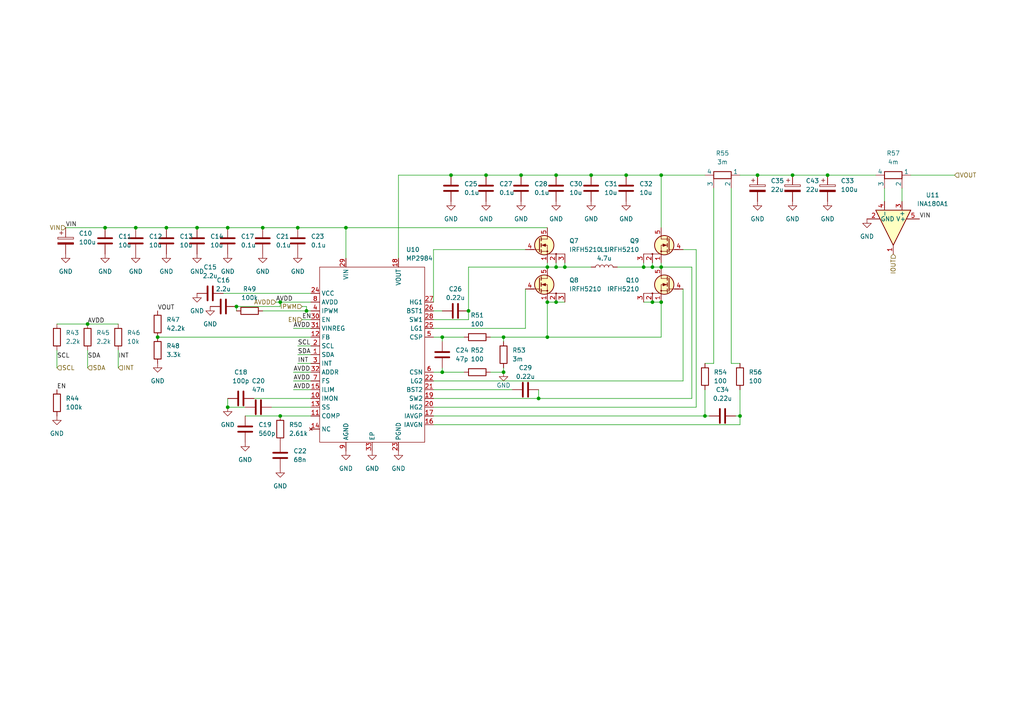
<source format=kicad_sch>
(kicad_sch (version 20230121) (generator eeschema)
  (paper "A4")
  (lib_symbols
    (symbol "Amplifier_Current:INA180A1" (pin_names (offset 0.127))
      (property "Reference" "U" (at 3.81 3.81 0))
      (property "Value" "INA180A1" (at 3.81 -2.54 0))
      (symbol "INA180A1_0_1"
        (polyline (pts (xy 5.08 0) (xy -5.08 5.08) (xy -5.08 -5.08) (xy 5.08 0)) (stroke (width 0.254)) (fill (type background)))
      )
      (symbol "INA180A1_1_1"
        (pin output line (at 7.62 0 180) (length 2.54) (name "~") (number "1"))
        (pin power_in line (at -2.54 -7.62 90) (length 3.81) (name "GND") (number "2"))
        (pin input line (at -7.62 2.54 0) (length 2.54) (name "+") (number "3"))
        (pin input line (at -7.62 -2.54 0) (length 2.54) (name "-") (number "4"))
        (pin power_in line (at -2.54 7.62 270) (length 3.81) (name "V+") (number "5"))
      )
    )
    (symbol "Device:C" (pin_numbers hide) (pin_names (offset 0.254))
      (property "Reference" "C" (at 0.635 2.54 0))
      (property "Value" "C" (at 0.635 -2.54 0))
      (symbol "C_0_1"
        (polyline (pts (xy -2.032 -0.762) (xy 2.032 -0.762)) (stroke (width 0.508)))
        (polyline (pts (xy -2.032 0.762) (xy 2.032 0.762)) (stroke (width 0.508)))
      )
      (symbol "C_1_1"
        (pin passive line (at 0 3.81 270) (length 2.794) (name "~") (number "1"))
        (pin passive line (at 0 -3.81 90) (length 2.794) (name "~") (number "2"))
      )
    )
    (symbol "Device:C_Polarized" (pin_numbers hide) (pin_names (offset 0.254))
      (property "Reference" "C" (at 0.635 2.54 0))
      (property "Value" "C_Polarized" (at 0.635 -2.54 0))
      (symbol "C_Polarized_0_1"
        (rectangle (start -2.286 0.508) (end 2.286 1.016))
        (polyline (pts (xy -1.778 2.286) (xy -0.762 2.286)))
        (polyline (pts (xy -1.27 2.794) (xy -1.27 1.778)))
        (rectangle (start 2.286 -0.508) (end -2.286 -1.016) (fill (type outline)))
      )
      (symbol "C_Polarized_1_1"
        (pin passive line (at 0 3.81 270) (length 2.794) (name "~") (number "1"))
        (pin passive line (at 0 -3.81 90) (length 2.794) (name "~") (number "2"))
      )
    )
    (symbol "Device:L" (pin_numbers hide) (pin_names (offset 1.016) hide)
      (property "Reference" "L" (at -1.27 0 90))
      (property "Value" "L" (at 1.905 0 90))
      (symbol "L_0_1"
        (arc (start 0 -2.54) (mid 0.6323 -1.905) (end 0 -1.27))
        (arc (start 0 -1.27) (mid 0.6323 -0.635) (end 0 0))
        (arc (start 0 0) (mid 0.6323 0.635) (end 0 1.27))
        (arc (start 0 1.27) (mid 0.6323 1.905) (end 0 2.54))
      )
      (symbol "L_1_1"
        (pin passive line (at 0 3.81 270) (length 1.27) (name "1") (number "1"))
        (pin passive line (at 0 -3.81 90) (length 1.27) (name "2") (number "2"))
      )
    )
    (symbol "Device:R" (pin_numbers hide) (pin_names (offset 0))
      (property "Reference" "R" (at 2.032 0 90))
      (property "Value" "R" (at 0 0 90))
      (symbol "R_0_1"
        (rectangle (start -1.016 -2.54) (end 1.016 2.54) (stroke (width 0.254)))
      )
      (symbol "R_1_1"
        (pin passive line (at 0 3.81 270) (length 1.27) (name "~") (number "1"))
        (pin passive line (at 0 -3.81 90) (length 1.27) (name "~") (number "2"))
      )
    )
    (symbol "Device:R_Shunt" (pin_numbers hide) (pin_names (offset 0))
      (property "Reference" "R" (at -4.445 0 90))
      (property "Value" "R_Shunt" (at -2.54 0 90))
      (symbol "R_Shunt_0_1"
        (rectangle (start -1.016 -2.54) (end 1.016 2.54) (stroke (width 0.254)))
        (polyline (pts (xy 0 -2.54) (xy 1.27 -2.54)))
        (polyline (pts (xy 1.27 2.54) (xy 0 2.54)))
      )
      (symbol "R_Shunt_1_1"
        (pin passive line (at 0 5.08 270) (length 2.54) (name "1") (number "1"))
        (pin passive line (at 3.81 2.54 180) (length 2.54) (name "2") (number "2"))
        (pin passive line (at 3.81 -2.54 180) (length 2.54) (name "3") (number "3"))
        (pin passive line (at 0 -5.08 90) (length 2.54) (name "4") (number "4"))
      )
    )
    (symbol "PCM_Transistor_MOSFET_AKL:IRFH5210" (pin_names hide)
      (property "Reference" "Q" (at 5.08 1.27 0))
      (property "Value" "IRFH5210" (at 5.08 -1.27 0))
      (symbol "IRFH5210_0_1"
        (polyline (pts (xy 0.254 -1.27) (xy -2.54 -1.27)))
        (polyline (pts (xy 0.254 1.905) (xy 0.254 -1.905)) (stroke (width 0.254)))
        (polyline (pts (xy 0.762 -1.778) (xy 2.54 -1.778)))
        (polyline (pts (xy 0.762 -1.27) (xy 0.762 -2.286)) (stroke (width 0.254)))
        (polyline (pts (xy 0.762 0.508) (xy 0.762 -0.508)) (stroke (width 0.254)))
        (polyline (pts (xy 0.762 2.286) (xy 0.762 1.27)) (stroke (width 0.254)))
        (polyline (pts (xy 2.54 1.778) (xy 0.762 1.778)))
        (polyline (pts (xy 2.54 2.54) (xy 2.54 1.778)))
        (polyline (pts (xy 7.62 -2.54) (xy 2.54 -2.54)))
        (polyline (pts (xy 2.54 -2.54) (xy 2.54 0) (xy 0.762 0)))
        (polyline (pts (xy 1.016 0) (xy 2.032 0.381) (xy 2.032 -0.381) (xy 1.016 0)) (fill (type outline)))
        (circle (center 1.651 0) (radius 2.794) (stroke (width 0.254)) (fill (type background)))
        (circle (center 2.54 -1.778) (radius 0.1778) (fill (type outline)))
      )
      (symbol "IRFH5210_1_1"
        (circle (center 5.08 -2.54) (radius 0.1778) (fill (type outline)))
        (pin passive line (at 2.54 -5.08 90) (length 2.54) (name "S") (number "1"))
        (pin passive line (at 5.08 -5.08 90) (length 2.54) (name "S") (number "2"))
        (pin passive line (at 7.62 -5.08 90) (length 2.54) (name "S") (number "3"))
        (pin input line (at -3.81 -1.27 0) (length 2.54) (name "G") (number "4"))
        (pin passive line (at 2.54 5.08 270) (length 2.54) (name "D") (number "5"))
      )
    )
    (symbol "Personal:MP2984"
      (property "Reference" "U" (at 0 1.27 0))
      (property "Value" "MP2984" (at 0 -1.27 0))
      (symbol "MP2984_0_1"
        (rectangle (start -15.24 25.4) (end 15.24 -25.4))
      )
      (symbol "MP2984_1_1"
        (pin input line (at -17.78 0 0) (length 2.54) (name "SDA") (number "1"))
        (pin input line (at -17.78 -12.7 0) (length 2.54) (name "IMON") (number "10"))
        (pin input line (at -17.78 -17.78 0) (length 2.54) (name "COMP") (number "11"))
        (pin input line (at -17.78 5.08 0) (length 2.54) (name "FB") (number "12"))
        (pin input line (at -17.78 -15.24 0) (length 2.54) (name "SS") (number "13"))
        (pin no_connect line (at -17.78 -21.59 0) (length 2.54) (name "NC") (number "14"))
        (pin input line (at -17.78 -10.16 0) (length 2.54) (name "ILIM") (number "15"))
        (pin input line (at 17.78 -20.32 180) (length 2.54) (name "IAVGN") (number "16"))
        (pin input line (at 17.78 -17.78 180) (length 2.54) (name "IAVGP") (number "17"))
        (pin input line (at 7.62 27.94 270) (length 2.54) (name "VOUT") (number "18"))
        (pin input line (at 17.78 -12.7 180) (length 2.54) (name "SW2") (number "19"))
        (pin input line (at -17.78 2.54 0) (length 2.54) (name "SCL") (number "2"))
        (pin input line (at 17.78 -15.24 180) (length 2.54) (name "HG2") (number "20"))
        (pin input line (at 17.78 -10.16 180) (length 2.54) (name "BST2") (number "21"))
        (pin input line (at 17.78 -7.62 180) (length 2.54) (name "LG2") (number "22"))
        (pin input line (at 7.62 -27.94 90) (length 2.54) (name "PGND") (number "23"))
        (pin input line (at -17.78 17.78 0) (length 2.54) (name "VCC") (number "24"))
        (pin input line (at 17.78 7.62 180) (length 2.54) (name "LG1") (number "25"))
        (pin input line (at 17.78 12.7 180) (length 2.54) (name "BST1") (number "26"))
        (pin input line (at 17.78 15.24 180) (length 2.54) (name "HG1") (number "27"))
        (pin input line (at 17.78 10.16 180) (length 2.54) (name "SW1") (number "28"))
        (pin input line (at -7.62 27.94 270) (length 2.54) (name "VIN") (number "29"))
        (pin input line (at -17.78 -2.54 0) (length 2.54) (name "INT") (number "3"))
        (pin input line (at -17.78 10.16 0) (length 2.54) (name "EN") (number "30"))
        (pin input line (at -17.78 7.62 0) (length 2.54) (name "VINREG") (number "31"))
        (pin input line (at -17.78 -5.08 0) (length 2.54) (name "ADDR") (number "32"))
        (pin input line (at 0 -27.94 90) (length 2.54) (name "EP") (number "33"))
        (pin input line (at -17.78 12.7 0) (length 2.54) (name "IPWM") (number "4"))
        (pin input line (at 17.78 5.08 180) (length 2.54) (name "CSP") (number "5"))
        (pin input line (at 17.78 -5.08 180) (length 2.54) (name "CSN") (number "6"))
        (pin input line (at -17.78 -7.62 0) (length 2.54) (name "FS") (number "7"))
        (pin input line (at -17.78 15.24 0) (length 2.54) (name "AVDD") (number "8"))
        (pin input line (at -7.62 -27.94 90) (length 2.54) (name "AGND") (number "9"))
      )
    )
    (symbol "power:GND" (power) (pin_names (offset 0))
      (property "Value" "GND" (at 0 -3.81 0))
      (symbol "GND_0_1"
        (polyline (pts (xy 0 0) (xy 0 -1.27) (xy 1.27 -1.27) (xy 0 -2.54) (xy -1.27 -1.27) (xy 0 -1.27)))
      )
      (symbol "GND_1_1"
        (pin power_in line (at 0 0 270) (length 0) hide (name "GND") (number "1"))
      )
    )
  )
  (junction (at 135.89 90.17))
  (junction (at 140.97 50.8))
  (junction (at 158.75 77.47))
  (junction (at 219.71 50.8))
  (junction (at 66.04 118.11))
  (junction (at 214.63 120.65))
  (junction (at 163.83 77.47))
  (junction (at 189.23 77.47))
  (junction (at 151.13 50.8))
  (junction (at 186.69 77.47))
  (junction (at 66.04 66.04))
  (junction (at 158.75 87.63))
  (junction (at 161.29 77.47))
  (junction (at 204.47 120.65))
  (junction (at 189.23 87.63))
  (junction (at 39.37 66.04))
  (junction (at 191.77 87.63))
  (junction (at 100.33 66.04))
  (junction (at 240.03 50.8))
  (junction (at 161.29 50.8))
  (junction (at 68.58 88.9))
  (junction (at 191.77 50.8))
  (junction (at 181.61 50.8))
  (junction (at 25.4 93.98))
  (junction (at 158.75 97.79))
  (junction (at 156.21 115.57))
  (junction (at 88.9 90.17))
  (junction (at 130.81 50.8))
  (junction (at 45.72 97.79))
  (junction (at 146.05 107.95))
  (junction (at 57.15 66.04))
  (junction (at 229.87 50.8))
  (junction (at 146.05 97.79))
  (junction (at 128.27 97.79))
  (junction (at 76.2 66.04))
  (junction (at 171.45 50.8))
  (junction (at 81.28 120.65))
  (junction (at 86.36 66.04))
  (junction (at 161.29 87.63))
  (junction (at 81.28 87.63))
  (junction (at 30.48 66.04))
  (junction (at 48.26 66.04))
  (junction (at 191.77 77.47))
  (junction (at 128.27 107.95))
  (wire (pts (xy 88.9 90.17) (xy 90.17 90.17)))
  (wire (pts (xy 189.23 76.2) (xy 189.23 77.47)))
  (wire (pts (xy 87.63 92.71) (xy 90.17 92.71)))
  (wire (pts (xy 191.77 76.2) (xy 191.77 77.47)))
  (wire (pts (xy 34.29 101.6) (xy 34.29 106.68)))
  (wire (pts (xy 214.63 50.8) (xy 219.71 50.8)))
  (wire (pts (xy 128.27 97.79) (xy 125.73 97.79)))
  (wire (pts (xy 128.27 106.68) (xy 128.27 107.95)))
  (wire (pts (xy 256.54 54.61) (xy 256.54 58.42)))
  (wire (pts (xy 151.13 50.8) (xy 161.29 50.8)))
  (wire (pts (xy 125.73 92.71) (xy 135.89 92.71)))
  (wire (pts (xy 158.75 77.47) (xy 161.29 77.47)))
  (wire (pts (xy 189.23 87.63) (xy 191.77 87.63)))
  (wire (pts (xy 16.51 101.6) (xy 16.51 106.68)))
  (wire (pts (xy 161.29 76.2) (xy 161.29 77.47)))
  (wire (pts (xy 128.27 99.06) (xy 128.27 97.79)))
  (wire (pts (xy 191.77 66.04) (xy 191.77 50.8)))
  (wire (pts (xy 125.73 107.95) (xy 128.27 107.95)))
  (wire (pts (xy 25.4 101.6) (xy 25.4 106.68)))
  (wire (pts (xy 25.4 93.98) (xy 34.29 93.98)))
  (wire (pts (xy 30.48 66.04) (xy 39.37 66.04)))
  (wire (pts (xy 191.77 97.79) (xy 158.75 97.79)))
  (wire (pts (xy 86.36 66.04) (xy 100.33 66.04)))
  (wire (pts (xy 161.29 77.47) (xy 163.83 77.47)))
  (wire (pts (xy 135.89 90.17) (xy 135.89 77.47)))
  (wire (pts (xy 261.62 54.61) (xy 261.62 58.42)))
  (wire (pts (xy 212.09 105.41) (xy 214.63 105.41)))
  (wire (pts (xy 179.07 77.47) (xy 186.69 77.47)))
  (wire (pts (xy 181.61 50.8) (xy 191.77 50.8)))
  (wire (pts (xy 219.71 50.8) (xy 229.87 50.8)))
  (wire (pts (xy 66.04 115.57) (xy 66.04 118.11)))
  (wire (pts (xy 276.86 50.8) (xy 264.16 50.8)))
  (wire (pts (xy 125.73 72.39) (xy 152.4 72.39)))
  (wire (pts (xy 125.73 123.19) (xy 214.63 123.19)))
  (wire (pts (xy 146.05 106.68) (xy 146.05 107.95)))
  (wire (pts (xy 48.26 66.04) (xy 57.15 66.04)))
  (wire (pts (xy 201.93 118.11) (xy 201.93 72.39)))
  (wire (pts (xy 214.63 123.19) (xy 214.63 120.65)))
  (wire (pts (xy 87.63 88.9) (xy 88.9 88.9)))
  (wire (pts (xy 125.73 90.17) (xy 128.27 90.17)))
  (wire (pts (xy 135.89 92.71) (xy 135.89 90.17)))
  (wire (pts (xy 156.21 115.57) (xy 156.21 113.03)))
  (wire (pts (xy 80.01 87.63) (xy 81.28 87.63)))
  (wire (pts (xy 125.73 113.03) (xy 148.59 113.03)))
  (wire (pts (xy 135.89 77.47) (xy 158.75 77.47)))
  (wire (pts (xy 73.66 115.57) (xy 90.17 115.57)))
  (wire (pts (xy 76.2 90.17) (xy 88.9 90.17)))
  (wire (pts (xy 57.15 66.04) (xy 66.04 66.04)))
  (wire (pts (xy 78.74 118.11) (xy 90.17 118.11)))
  (wire (pts (xy 189.23 77.47) (xy 191.77 77.47)))
  (wire (pts (xy 66.04 66.04) (xy 76.2 66.04)))
  (wire (pts (xy 39.37 66.04) (xy 48.26 66.04)))
  (wire (pts (xy 207.01 105.41) (xy 207.01 54.61)))
  (wire (pts (xy 81.28 120.65) (xy 90.17 120.65)))
  (wire (pts (xy 158.75 87.63) (xy 158.75 97.79)))
  (wire (pts (xy 158.75 66.04) (xy 100.33 66.04)))
  (wire (pts (xy 134.62 107.95) (xy 128.27 107.95)))
  (wire (pts (xy 100.33 66.04) (xy 100.33 74.93)))
  (wire (pts (xy 152.4 95.25) (xy 152.4 83.82)))
  (wire (pts (xy 88.9 88.9) (xy 88.9 90.17)))
  (wire (pts (xy 68.58 88.9) (xy 81.28 88.9)))
  (wire (pts (xy 198.12 110.49) (xy 125.73 110.49)))
  (wire (pts (xy 142.24 97.79) (xy 146.05 97.79)))
  (wire (pts (xy 90.17 113.03) (xy 85.09 113.03)))
  (wire (pts (xy 125.73 95.25) (xy 152.4 95.25)))
  (wire (pts (xy 16.51 93.98) (xy 25.4 93.98)))
  (wire (pts (xy 158.75 76.2) (xy 158.75 77.47)))
  (wire (pts (xy 198.12 72.39) (xy 201.93 72.39)))
  (wire (pts (xy 86.36 100.33) (xy 90.17 100.33)))
  (wire (pts (xy 213.36 120.65) (xy 214.63 120.65)))
  (wire (pts (xy 115.57 50.8) (xy 115.57 74.93)))
  (wire (pts (xy 200.66 115.57) (xy 200.66 77.47)))
  (wire (pts (xy 125.73 120.65) (xy 204.47 120.65)))
  (wire (pts (xy 161.29 50.8) (xy 171.45 50.8)))
  (wire (pts (xy 212.09 54.61) (xy 212.09 105.41)))
  (wire (pts (xy 186.69 77.47) (xy 189.23 77.47)))
  (wire (pts (xy 130.81 50.8) (xy 140.97 50.8)))
  (wire (pts (xy 207.01 105.41) (xy 204.47 105.41)))
  (wire (pts (xy 240.03 50.8) (xy 254 50.8)))
  (wire (pts (xy 85.09 107.95) (xy 90.17 107.95)))
  (wire (pts (xy 171.45 50.8) (xy 181.61 50.8)))
  (wire (pts (xy 81.28 120.65) (xy 71.12 120.65)))
  (wire (pts (xy 86.36 105.41) (xy 90.17 105.41)))
  (wire (pts (xy 68.58 88.9) (xy 68.58 90.17)))
  (wire (pts (xy 140.97 50.8) (xy 151.13 50.8)))
  (wire (pts (xy 81.28 88.9) (xy 81.28 87.63)))
  (wire (pts (xy 158.75 97.79) (xy 146.05 97.79)))
  (wire (pts (xy 186.69 76.2) (xy 186.69 77.47)))
  (wire (pts (xy 161.29 87.63) (xy 163.83 87.63)))
  (wire (pts (xy 45.72 97.79) (xy 90.17 97.79)))
  (wire (pts (xy 85.09 95.25) (xy 90.17 95.25)))
  (wire (pts (xy 125.73 118.11) (xy 201.93 118.11)))
  (wire (pts (xy 191.77 77.47) (xy 200.66 77.47)))
  (wire (pts (xy 19.05 66.04) (xy 30.48 66.04)))
  (wire (pts (xy 146.05 97.79) (xy 146.05 99.06)))
  (wire (pts (xy 163.83 77.47) (xy 171.45 77.47)))
  (wire (pts (xy 64.77 85.09) (xy 90.17 85.09)))
  (wire (pts (xy 198.12 110.49) (xy 198.12 83.82)))
  (wire (pts (xy 191.77 87.63) (xy 191.77 97.79)))
  (wire (pts (xy 134.62 97.79) (xy 128.27 97.79)))
  (wire (pts (xy 158.75 87.63) (xy 161.29 87.63)))
  (wire (pts (xy 115.57 50.8) (xy 130.81 50.8)))
  (wire (pts (xy 191.77 50.8) (xy 204.47 50.8)))
  (wire (pts (xy 142.24 107.95) (xy 146.05 107.95)))
  (wire (pts (xy 163.83 76.2) (xy 163.83 77.47)))
  (wire (pts (xy 66.04 118.11) (xy 71.12 118.11)))
  (wire (pts (xy 214.63 113.03) (xy 214.63 120.65)))
  (wire (pts (xy 125.73 72.39) (xy 125.73 87.63)))
  (wire (pts (xy 204.47 120.65) (xy 204.47 113.03)))
  (wire (pts (xy 156.21 115.57) (xy 200.66 115.57)))
  (wire (pts (xy 76.2 66.04) (xy 86.36 66.04)))
  (wire (pts (xy 229.87 50.8) (xy 240.03 50.8)))
  (wire (pts (xy 86.36 102.87) (xy 90.17 102.87)))
  (wire (pts (xy 204.47 120.65) (xy 205.74 120.65)))
  (wire (pts (xy 125.73 115.57) (xy 156.21 115.57)))
  (wire (pts (xy 186.69 87.63) (xy 189.23 87.63)))
  (wire (pts (xy 85.09 110.49) (xy 90.17 110.49)))
  (wire (pts (xy 81.28 87.63) (xy 90.17 87.63)))
  (label "INT" (at 86.36 105.41 0))
  (label "SCL" (at 86.36 100.33 0))
  (label "SDA" (at 86.36 102.87 0))
  (label "AVDD" (at 85.09 107.95 0))
  (label "SDA" (at 25.4 104.14 0))
  (label "EN" (at 87.63 92.71 0))
  (label "AVDD" (at 85.09 110.49 0))
  (label "AVDD" (at 25.4 93.98 0))
  (label "AVDD" (at 85.09 95.25 0))
  (label "INT" (at 34.29 104.14 0))
  (label "VOUT" (at 45.72 90.17 0))
  (label "VIN" (at 266.7 63.5 0))
  (label "SCL" (at 16.51 104.14 0))
  (label "EN" (at 16.51 113.03 0))
  (label "AVDD" (at 80.01 87.63 0))
  (label "AVDD" (at 85.09 113.03 0))
  (label "VIN" (at 19.05 66.04 0))
  (hierarchical_label "INT" (shape input) (at 34.29 106.68 0))
  (hierarchical_label "SCL" (shape input) (at 16.51 106.68 0))
  (hierarchical_label "IPWM" (shape input) (at 87.63 88.9 180))
  (hierarchical_label "IOUT" (shape input) (at 259.08 73.66 270))
  (hierarchical_label "AVDD" (shape input) (at 80.01 87.63 180))
  (hierarchical_label "SDA" (shape input) (at 25.4 106.68 0))
  (hierarchical_label "VIN" (shape input) (at 19.05 66.04 180))
  (hierarchical_label "EN" (shape input) (at 87.63 92.71 180))
  (hierarchical_label "VOUT" (shape input) (at 276.86 50.8 0))
  (symbol (lib_id "Personal:MP2984") (at 107.95 102.87 0) (unit 1)
    (property "Reference" "U10" (at 117.7641 72.39 0) (effects (justify left)))
    (property "Value" "MP2984" (at 117.7641 74.93 0) (effects (justify left)))
    (property "Footprint" "Package_DFN_QFN:QFN-32-1EP_4x4mm_P0.4mm_EP2.65x2.65mm" (effects hide))
    (instances (project "RC_Charger" (path "" (reference "U10") (unit 1)) (path "" (reference "U16") (unit 1))))
  )
  (symbol (lib_id "Device:C") (at 161.29 54.61 0) (unit 1)
    (property "Reference" "C30" (at 165.1 53.34 0) (effects (justify left)))
    (property "Value" "10u" (at 165.1 55.88 0) (effects (justify left)))
    (property "Footprint" "Capacitor_SMD:C_1206_3216Metric" (effects hide))
    (instances (project "RC_Charger" (path "" (reference "C30") (unit 1)) (path "" (reference "C75") (unit 1))))
  )
  (symbol (lib_id "Device:R") (at 45.72 93.98 0) (unit 1)
    (property "Reference" "R47" (at 48.26 92.71 0) (effects (justify left)))
    (property "Value" "42.2k" (at 48.26 95.25 0) (effects (justify left)))
    (property "Footprint" "Resistor_SMD:R_0603_1608Metric" (effects hide))
    (instances (project "RC_Charger" (path "" (reference "R47") (unit 1)) (path "" (reference "R66") (unit 1))))
  )
  (symbol (lib_id "Device:R") (at 45.72 101.6 0) (unit 1)
    (property "Reference" "R48" (at 48.26 100.33 0) (effects (justify left)))
    (property "Value" "3.3k" (at 48.26 102.87 0) (effects (justify left)))
    (property "Footprint" "Resistor_SMD:R_0603_1608Metric" (effects hide))
    (instances (project "RC_Charger" (path "" (reference "R48") (unit 1)) (path "" (reference "R67") (unit 1))))
  )
  (symbol (lib_id "power:GND") (at 171.45 58.42 0) (unit 1)
    (property "Reference" "#PWR033" (effects hide))
    (property "Value" "GND" (at 171.45 63.5 0))
    (instances (project "RC_Charger" (path "" (reference "#PWR033") (unit 1)) (path "" (reference "#PWR085") (unit 1))))
  )
  (symbol (lib_id "Device:C") (at 69.85 115.57 90) (unit 1)
    (property "Reference" "C18" (at 69.85 107.95 90))
    (property "Value" "100p" (at 69.85 110.49 90))
    (property "Footprint" "Capacitor_SMD:C_0603_1608Metric" (effects hide))
    (instances (project "RC_Charger" (path "" (reference "C18") (unit 1)) (path "" (reference "C63") (unit 1))))
  )
  (symbol (lib_id "Device:C") (at 81.28 132.08 0) (unit 1)
    (property "Reference" "C22" (at 85.09 130.81 0) (effects (justify left)))
    (property "Value" "68n" (at 85.09 133.35 0) (effects (justify left)))
    (property "Footprint" "Capacitor_SMD:C_0603_1608Metric" (effects hide))
    (instances (project "RC_Charger" (path "" (reference "C22") (unit 1)) (path "" (reference "C67") (unit 1))))
  )
  (symbol (lib_id "power:GND") (at 100.33 130.81 0) (unit 1)
    (property "Reference" "#PWR025" (effects hide))
    (property "Value" "GND" (at 100.33 135.89 0))
    (instances (project "RC_Charger" (path "" (reference "#PWR025") (unit 1)) (path "" (reference "#PWR077") (unit 1))))
  )
  (symbol (lib_id "power:GND") (at 57.15 85.09 0) (unit 1)
    (property "Reference" "#PWR017" (effects hide))
    (property "Value" "GND" (at 57.15 90.17 0))
    (instances (project "RC_Charger" (path "" (reference "#PWR017") (unit 1)) (path "" (reference "#PWR069") (unit 1))))
  )
  (symbol (lib_id "Device:R") (at 16.51 97.79 0) (unit 1)
    (property "Reference" "R43" (at 19.05 96.52 0) (effects (justify left)))
    (property "Value" "2.2k" (at 19.05 99.06 0) (effects (justify left)))
    (property "Footprint" "Resistor_SMD:R_0603_1608Metric" (effects hide))
    (instances (project "RC_Charger" (path "" (reference "R43") (unit 1)) (path "" (reference "R62") (unit 1))))
  )
  (symbol (lib_id "power:GND") (at 219.71 58.42 0) (unit 1)
    (property "Reference" "#PWR036" (effects hide))
    (property "Value" "GND" (at 219.71 63.5 0))
    (instances (project "RC_Charger" (path "" (reference "#PWR036") (unit 1)) (path "" (reference "#PWR088") (unit 1))))
  )
  (symbol (lib_id "power:GND") (at 130.81 58.42 0) (unit 1)
    (property "Reference" "#PWR028" (effects hide))
    (property "Value" "GND" (at 130.81 63.5 0))
    (instances (project "RC_Charger" (path "" (reference "#PWR028") (unit 1)) (path "" (reference "#PWR080") (unit 1))))
  )
  (symbol (lib_id "PCM_Transistor_MOSFET_AKL:IRFH5210") (at 194.31 82.55 0) (mirror y) (unit 1)
    (property "Reference" "Q10" (at 185.42 81.28 0) (effects (justify left)))
    (property "Value" "IRFH5210" (at 185.42 83.82 0) (effects (justify left)))
    (property "Footprint" "Package_DFN_QFN:PQFN-8-EP_6x5mm_P1.27mm_Generic" (effects hide))
    (property "Datasheet" "https://www.tme.eu/Document/500f055c17aa1156a474966dc014ef12/irfh5210pbf.pdf" (effects hide))
    (instances (project "RC_Charger" (path "" (reference "Q10") (unit 1)) (path "" (reference "Q14") (unit 1))))
  )
  (symbol (lib_id "Device:C") (at 64.77 88.9 90) (unit 1)
    (property "Reference" "C16" (at 64.77 81.28 90))
    (property "Value" "2.2u" (at 64.77 83.82 90))
    (property "Footprint" "Capacitor_SMD:C_0805_2012Metric" (effects hide))
    (instances (project "RC_Charger" (path "" (reference "C16") (unit 1)) (path "" (reference "C61") (unit 1))))
  )
  (symbol (lib_id "power:GND") (at 115.57 130.81 0) (unit 1)
    (property "Reference" "#PWR027" (effects hide))
    (property "Value" "GND" (at 115.57 135.89 0))
    (instances (project "RC_Charger" (path "" (reference "#PWR027") (unit 1)) (path "" (reference "#PWR079") (unit 1))))
  )
  (symbol (lib_id "Device:C") (at 74.93 118.11 270) (unit 1)
    (property "Reference" "C20" (at 74.93 110.49 90))
    (property "Value" "47n" (at 74.93 113.03 90))
    (property "Footprint" "Capacitor_SMD:C_0603_1608Metric" (effects hide))
    (instances (project "RC_Charger" (path "" (reference "C20") (unit 1)) (path "" (reference "C65") (unit 1))))
  )
  (symbol (lib_id "Device:C") (at 71.12 124.46 0) (unit 1)
    (property "Reference" "C19" (at 74.93 123.19 0) (effects (justify left)))
    (property "Value" "560p" (at 74.93 125.73 0) (effects (justify left)))
    (property "Footprint" "Capacitor_SMD:C_0603_1608Metric" (effects hide))
    (instances (project "RC_Charger" (path "" (reference "C19") (unit 1)) (path "" (reference "C64") (unit 1))))
  )
  (symbol (lib_id "Device:C") (at 76.2 69.85 0) (unit 1)
    (property "Reference" "C21" (at 80.01 68.58 0) (effects (justify left)))
    (property "Value" "0.1u" (at 80.01 71.12 0) (effects (justify left)))
    (property "Footprint" "Capacitor_SMD:C_0603_1608Metric" (effects hide))
    (instances (project "RC_Charger" (path "" (reference "C21") (unit 1)) (path "" (reference "C66") (unit 1))))
  )
  (symbol (lib_id "Device:C") (at 209.55 120.65 90) (unit 1)
    (property "Reference" "C34" (at 209.55 113.03 90))
    (property "Value" "0.22u" (at 209.55 115.57 90))
    (property "Footprint" "Capacitor_SMD:C_0603_1608Metric" (effects hide))
    (instances (project "RC_Charger" (path "" (reference "C34") (unit 1)) (path "" (reference "C79") (unit 1))))
  )
  (symbol (lib_id "PCM_Transistor_MOSFET_AKL:IRFH5210") (at 194.31 71.12 0) (mirror y) (unit 1)
    (property "Reference" "Q9" (at 185.42 69.85 0) (effects (justify left)))
    (property "Value" "IRFH5210" (at 185.42 72.39 0) (effects (justify left)))
    (property "Footprint" "Package_DFN_QFN:PQFN-8-EP_6x5mm_P1.27mm_Generic" (effects hide))
    (property "Datasheet" "https://www.tme.eu/Document/500f055c17aa1156a474966dc014ef12/irfh5210pbf.pdf" (effects hide))
    (instances (project "RC_Charger" (path "" (reference "Q9") (unit 1)) (path "" (reference "Q13") (unit 1))))
  )
  (symbol (lib_id "power:GND") (at 140.97 58.42 0) (unit 1)
    (property "Reference" "#PWR029" (effects hide))
    (property "Value" "GND" (at 140.97 63.5 0))
    (instances (project "RC_Charger" (path "" (reference "#PWR029") (unit 1)) (path "" (reference "#PWR081") (unit 1))))
  )
  (symbol (lib_id "power:GND") (at 30.48 73.66 0) (unit 1)
    (property "Reference" "#PWR012" (effects hide))
    (property "Value" "GND" (at 30.48 78.74 0))
    (instances (project "RC_Charger" (path "" (reference "#PWR012") (unit 1)) (path "" (reference "#PWR064") (unit 1))))
  )
  (symbol (lib_id "power:GND") (at 86.36 73.66 0) (unit 1)
    (property "Reference" "#PWR024" (effects hide))
    (property "Value" "GND" (at 86.36 78.74 0))
    (instances (project "RC_Charger" (path "" (reference "#PWR024") (unit 1)) (path "" (reference "#PWR076") (unit 1))))
  )
  (symbol (lib_id "power:GND") (at 181.61 58.42 0) (unit 1)
    (property "Reference" "#PWR034" (effects hide))
    (property "Value" "GND" (at 181.61 63.5 0))
    (instances (project "RC_Charger" (path "" (reference "#PWR034") (unit 1)) (path "" (reference "#PWR086") (unit 1))))
  )
  (symbol (lib_id "power:GND") (at 48.26 73.66 0) (unit 1)
    (property "Reference" "#PWR015" (effects hide))
    (property "Value" "GND" (at 48.26 78.74 0))
    (instances (project "RC_Charger" (path "" (reference "#PWR015") (unit 1)) (path "" (reference "#PWR067") (unit 1))))
  )
  (symbol (lib_id "Device:C_Polarized") (at 240.03 54.61 0) (unit 1)
    (property "Reference" "C33" (at 243.84 52.451 0) (effects (justify left)))
    (property "Value" "100u" (at 243.84 54.991 0) (effects (justify left)))
    (property "Footprint" "Capacitor_SMD:CP_Elec_6.3x7.7" (effects hide))
    (instances (project "RC_Charger" (path "" (reference "C33") (unit 1)) (path "" (reference "C42") (unit 1))))
  )
  (symbol (lib_id "Device:C") (at 181.61 54.61 0) (unit 1)
    (property "Reference" "C32" (at 185.42 53.34 0) (effects (justify left)))
    (property "Value" "10u" (at 185.42 55.88 0) (effects (justify left)))
    (property "Footprint" "Capacitor_SMD:C_1206_3216Metric" (effects hide))
    (instances (project "RC_Charger" (path "" (reference "C32") (unit 1)) (path "" (reference "C77") (unit 1))))
  )
  (symbol (lib_id "Device:C") (at 48.26 69.85 0) (unit 1)
    (property "Reference" "C13" (at 52.07 68.58 0) (effects (justify left)))
    (property "Value" "10u" (at 52.07 71.12 0) (effects (justify left)))
    (property "Footprint" "Capacitor_SMD:C_1206_3216Metric" (effects hide))
    (instances (project "RC_Charger" (path "" (reference "C13") (unit 1)) (path "" (reference "C58") (unit 1))))
  )
  (symbol (lib_id "Device:R_Shunt") (at 209.55 50.8 270) (unit 1)
    (property "Reference" "R55" (at 209.55 44.45 90))
    (property "Value" "3m" (at 209.55 46.99 90))
    (property "Footprint" "Resistor_SMD:R_Shunt_Vishay_WSK2512_6332Metric_T2.21mm" (effects hide))
    (instances (project "RC_Charger" (path "" (reference "R55") (unit 1)) (path "" (reference "R74") (unit 1))))
  )
  (symbol (lib_id "power:GND") (at 151.13 58.42 0) (unit 1)
    (property "Reference" "#PWR031" (effects hide))
    (property "Value" "GND" (at 151.13 63.5 0))
    (instances (project "RC_Charger" (path "" (reference "#PWR031") (unit 1)) (path "" (reference "#PWR083") (unit 1))))
  )
  (symbol (lib_id "Device:C") (at 171.45 54.61 0) (unit 1)
    (property "Reference" "C31" (at 175.26 53.34 0) (effects (justify left)))
    (property "Value" "10u" (at 175.26 55.88 0) (effects (justify left)))
    (property "Footprint" "Capacitor_SMD:C_1206_3216Metric" (effects hide))
    (instances (project "RC_Charger" (path "" (reference "C31") (unit 1)) (path "" (reference "C76") (unit 1))))
  )
  (symbol (lib_id "power:GND") (at 16.51 120.65 0) (unit 1)
    (property "Reference" "#PWR010" (effects hide))
    (property "Value" "GND" (at 16.51 125.73 0))
    (instances (project "RC_Charger" (path "" (reference "#PWR010") (unit 1)) (path "" (reference "#PWR062") (unit 1))))
  )
  (symbol (lib_id "Device:L") (at 175.26 77.47 90) (unit 1)
    (property "Reference" "L1" (at 175.26 72.39 90))
    (property "Value" "4.7u" (at 175.26 74.93 90))
    (property "Footprint" "Inductor_SMD:L_Bourns_SRP1770TA_16.9x16.9mm" (effects hide))
    (instances (project "RC_Charger" (path "" (reference "L1") (unit 1)) (path "" (reference "L6") (unit 1))))
  )
  (symbol (lib_id "Device:R") (at 138.43 97.79 90) (unit 1)
    (property "Reference" "R51" (at 138.43 91.44 90))
    (property "Value" "100" (at 138.43 93.98 90))
    (property "Footprint" "Resistor_SMD:R_0603_1608Metric" (effects hide))
    (instances (project "RC_Charger" (path "" (reference "R51") (unit 1)) (path "" (reference "R70") (unit 1))))
  )
  (symbol (lib_id "power:GND") (at 146.05 107.95 0) (unit 1)
    (property "Reference" "#PWR030" (effects hide))
    (property "Value" "GND" (at 146.05 111.76 0))
    (instances (project "RC_Charger" (path "" (reference "#PWR030") (unit 1)) (path "" (reference "#PWR082") (unit 1))))
  )
  (symbol (lib_id "Device:C") (at 86.36 69.85 0) (unit 1)
    (property "Reference" "C23" (at 90.17 68.58 0) (effects (justify left)))
    (property "Value" "0.1u" (at 90.17 71.12 0) (effects (justify left)))
    (property "Footprint" "Capacitor_SMD:C_0603_1608Metric" (effects hide))
    (instances (project "RC_Charger" (path "" (reference "C23") (unit 1)) (path "" (reference "C68") (unit 1))))
  )
  (symbol (lib_id "Device:R") (at 146.05 102.87 180) (unit 1)
    (property "Reference" "R53" (at 148.59 101.6 0) (effects (justify right)))
    (property "Value" "3m" (at 148.59 104.14 0) (effects (justify right)))
    (property "Footprint" "Personal:R_Shunt_1575" (effects hide))
    (instances (project "RC_Charger" (path "" (reference "R53") (unit 1)) (path "" (reference "R72") (unit 1))))
  )
  (symbol (lib_id "Device:C") (at 152.4 113.03 90) (unit 1)
    (property "Reference" "C29" (at 152.4 106.68 90))
    (property "Value" "0.22u" (at 152.4 109.22 90))
    (property "Footprint" "Capacitor_SMD:C_0603_1608Metric" (effects hide))
    (instances (project "RC_Charger" (path "" (reference "C29") (unit 1)) (path "" (reference "C74") (unit 1))))
  )
  (symbol (lib_id "power:GND") (at 60.96 88.9 0) (unit 1)
    (property "Reference" "#PWR018" (effects hide))
    (property "Value" "GND" (at 60.96 93.98 0))
    (instances (project "RC_Charger" (path "" (reference "#PWR018") (unit 1)) (path "" (reference "#PWR070") (unit 1))))
  )
  (symbol (lib_id "Device:R_Shunt") (at 259.08 50.8 270) (unit 1)
    (property "Reference" "R57" (at 259.08 44.45 90))
    (property "Value" "4m" (at 259.08 46.99 90))
    (property "Footprint" "Resistor_SMD:R_Shunt_Vishay_WSK2512_6332Metric_T2.21mm" (effects hide))
    (instances (project "RC_Charger" (path "" (reference "R57") (unit 1)) (path "" (reference "R76") (unit 1))))
  )
  (symbol (lib_id "Device:C") (at 151.13 54.61 0) (unit 1)
    (property "Reference" "C28" (at 154.94 53.34 0) (effects (justify left)))
    (property "Value" "0.1u" (at 154.94 55.88 0) (effects (justify left)))
    (property "Footprint" "Capacitor_SMD:C_0603_1608Metric" (effects hide))
    (instances (project "RC_Charger" (path "" (reference "C28") (unit 1)) (path "" (reference "C73") (unit 1))))
  )
  (symbol (lib_id "Device:C") (at 66.04 69.85 0) (unit 1)
    (property "Reference" "C17" (at 69.85 68.58 0) (effects (justify left)))
    (property "Value" "0.1u" (at 69.85 71.12 0) (effects (justify left)))
    (property "Footprint" "Capacitor_SMD:C_0603_1608Metric" (effects hide))
    (instances (project "RC_Charger" (path "" (reference "C17") (unit 1)) (path "" (reference "C62") (unit 1))))
  )
  (symbol (lib_id "Device:R") (at 138.43 107.95 90) (unit 1)
    (property "Reference" "R52" (at 138.43 101.6 90))
    (property "Value" "100" (at 138.43 104.14 90))
    (property "Footprint" "Resistor_SMD:R_0603_1608Metric" (effects hide))
    (instances (project "RC_Charger" (path "" (reference "R52") (unit 1)) (path "" (reference "R71") (unit 1))))
  )
  (symbol (lib_id "Device:C") (at 57.15 69.85 0) (unit 1)
    (property "Reference" "C14" (at 60.96 68.58 0) (effects (justify left)))
    (property "Value" "10u" (at 60.96 71.12 0) (effects (justify left)))
    (property "Footprint" "Capacitor_SMD:C_1206_3216Metric" (effects hide))
    (instances (project "RC_Charger" (path "" (reference "C14") (unit 1)) (path "" (reference "C59") (unit 1))))
  )
  (symbol (lib_id "power:GND") (at 229.87 58.42 0) (unit 1)
    (property "Reference" "#PWR037" (effects hide))
    (property "Value" "GND" (at 229.87 63.5 0))
    (instances (project "RC_Charger" (path "" (reference "#PWR037") (unit 1)) (path "" (reference "#PWR089") (unit 1))))
  )
  (symbol (lib_id "Device:C") (at 132.08 90.17 90) (unit 1)
    (property "Reference" "C26" (at 132.08 83.82 90))
    (property "Value" "0.22u" (at 132.08 86.36 90))
    (property "Footprint" "Capacitor_SMD:C_0603_1608Metric" (effects hide))
    (instances (project "RC_Charger" (path "" (reference "C26") (unit 1)) (path "" (reference "C71") (unit 1))))
  )
  (symbol (lib_id "power:GND") (at 71.12 128.27 0) (unit 1)
    (property "Reference" "#PWR021" (effects hide))
    (property "Value" "GND" (at 71.12 133.35 0))
    (instances (project "RC_Charger" (path "" (reference "#PWR021") (unit 1)) (path "" (reference "#PWR073") (unit 1))))
  )
  (symbol (lib_id "power:GND") (at 240.03 58.42 0) (unit 1)
    (property "Reference" "#PWR035" (effects hide))
    (property "Value" "GND" (at 240.03 63.5 0))
    (instances (project "RC_Charger" (path "" (reference "#PWR035") (unit 1)) (path "" (reference "#PWR058") (unit 1))))
  )
  (symbol (lib_id "Device:C_Polarized") (at 19.05 69.85 0) (unit 1)
    (property "Reference" "C10" (at 22.86 67.691 0) (effects (justify left)))
    (property "Value" "100u" (at 22.86 70.231 0) (effects (justify left)))
    (property "Footprint" "Capacitor_SMD:CP_Elec_6.3x7.7" (effects hide))
    (instances (project "RC_Charger" (path "" (reference "C10") (unit 1)) (path "" (reference "C55") (unit 1))))
  )
  (symbol (lib_id "Device:C") (at 140.97 54.61 0) (unit 1)
    (property "Reference" "C27" (at 144.78 53.34 0) (effects (justify left)))
    (property "Value" "0.1u" (at 144.78 55.88 0) (effects (justify left)))
    (property "Footprint" "Capacitor_SMD:C_0603_1608Metric" (effects hide))
    (instances (project "RC_Charger" (path "" (reference "C27") (unit 1)) (path "" (reference "C72") (unit 1))))
  )
  (symbol (lib_id "Device:C") (at 60.96 85.09 90) (unit 1)
    (property "Reference" "C15" (at 60.96 77.47 90))
    (property "Value" "2.2u" (at 60.96 80.01 90))
    (property "Footprint" "Capacitor_SMD:C_0805_2012Metric" (effects hide))
    (instances (project "RC_Charger" (path "" (reference "C15") (unit 1)) (path "" (reference "C60") (unit 1))))
  )
  (symbol (lib_id "Device:R") (at 16.51 116.84 180) (unit 1)
    (property "Reference" "R44" (at 19.05 115.57 0) (effects (justify right)))
    (property "Value" "100k" (at 19.05 118.11 0) (effects (justify right)))
    (property "Footprint" "Resistor_SMD:R_0603_1608Metric" (effects hide))
    (instances (project "RC_Charger" (path "" (reference "R44") (unit 1)) (path "" (reference "R63") (unit 1))))
  )
  (symbol (lib_id "Device:C") (at 128.27 102.87 0) (unit 1)
    (property "Reference" "C24" (at 132.08 101.6 0) (effects (justify left)))
    (property "Value" "47p" (at 132.08 104.14 0) (effects (justify left)))
    (property "Footprint" "Capacitor_SMD:C_0603_1608Metric" (effects hide))
    (instances (project "RC_Charger" (path "" (reference "C24") (unit 1)) (path "" (reference "C69") (unit 1))))
  )
  (symbol (lib_id "power:GND") (at 107.95 130.81 0) (unit 1)
    (property "Reference" "#PWR026" (effects hide))
    (property "Value" "GND" (at 107.95 135.89 0))
    (instances (project "RC_Charger" (path "" (reference "#PWR026") (unit 1)) (path "" (reference "#PWR078") (unit 1))))
  )
  (symbol (lib_id "power:GND") (at 39.37 73.66 0) (unit 1)
    (property "Reference" "#PWR013" (effects hide))
    (property "Value" "GND" (at 39.37 78.74 0))
    (instances (project "RC_Charger" (path "" (reference "#PWR013") (unit 1)) (path "" (reference "#PWR065") (unit 1))))
  )
  (symbol (lib_id "power:GND") (at 251.46 63.5 0) (unit 1)
    (property "Reference" "#PWR038" (effects hide))
    (property "Value" "GND" (at 251.46 68.58 0))
    (instances (project "RC_Charger" (path "" (reference "#PWR038") (unit 1)) (path "" (reference "#PWR090") (unit 1))))
  )
  (symbol (lib_id "Device:C_Polarized") (at 219.71 54.61 0) (unit 1)
    (property "Reference" "C35" (at 223.52 52.451 0) (effects (justify left)))
    (property "Value" "22u" (at 223.52 54.991 0) (effects (justify left)))
    (property "Footprint" "Capacitor_SMD:CP_Elec_6.3x5.4" (effects hide))
    (instances (project "RC_Charger" (path "" (reference "C35") (unit 1)) (path "" (reference "C36") (unit 1))) (project "RC_Charger_MainBoard" (path "" (reference "C5") (unit 1)) (path "" (reference "C28") (unit 1))))
  )
  (symbol (lib_id "Device:R") (at 81.28 124.46 0) (unit 1)
    (property "Reference" "R50" (at 83.82 123.19 0) (effects (justify left)))
    (property "Value" "2.61k" (at 83.82 125.73 0) (effects (justify left)))
    (property "Footprint" "Resistor_SMD:R_0603_1608Metric" (effects hide))
    (instances (project "RC_Charger" (path "" (reference "R50") (unit 1)) (path "" (reference "R69") (unit 1))))
  )
  (symbol (lib_id "Device:C") (at 30.48 69.85 0) (unit 1)
    (property "Reference" "C11" (at 34.29 68.58 0) (effects (justify left)))
    (property "Value" "10u" (at 34.29 71.12 0) (effects (justify left)))
    (property "Footprint" "Capacitor_SMD:C_1206_3216Metric" (effects hide))
    (instances (project "RC_Charger" (path "" (reference "C11") (unit 1)) (path "" (reference "C56") (unit 1))))
  )
  (symbol (lib_id "Device:R") (at 34.29 97.79 0) (unit 1)
    (property "Reference" "R46" (at 36.83 96.52 0) (effects (justify left)))
    (property "Value" "10k" (at 36.83 99.06 0) (effects (justify left)))
    (property "Footprint" "Resistor_SMD:R_0603_1608Metric" (effects hide))
    (instances (project "RC_Charger" (path "" (reference "R46") (unit 1)) (path "" (reference "R65") (unit 1))))
  )
  (symbol (lib_id "Device:C_Polarized") (at 229.87 54.61 0) (unit 1)
    (property "Reference" "C43" (at 233.68 52.451 0) (effects (justify left)))
    (property "Value" "22u" (at 233.68 54.991 0) (effects (justify left)))
    (property "Footprint" "Capacitor_SMD:CP_Elec_6.3x5.4" (effects hide))
    (instances (project "RC_Charger" (path "" (reference "C43") (unit 1)) (path "" (reference "C44") (unit 1))) (project "RC_Charger_MainBoard" (path "" (reference "C5") (unit 1)) (path "" (reference "C28") (unit 1))))
  )
  (symbol (lib_id "Device:R") (at 214.63 109.22 180) (unit 1)
    (property "Reference" "R56" (at 217.17 107.95 0) (effects (justify right)))
    (property "Value" "100" (at 217.17 110.49 0) (effects (justify right)))
    (property "Footprint" "Resistor_SMD:R_0603_1608Metric" (effects hide))
    (instances (project "RC_Charger" (path "" (reference "R56") (unit 1)) (path "" (reference "R75") (unit 1))))
  )
  (symbol (lib_id "Device:C") (at 130.81 54.61 0) (unit 1)
    (property "Reference" "C25" (at 134.62 53.34 0) (effects (justify left)))
    (property "Value" "0.1u" (at 134.62 55.88 0) (effects (justify left)))
    (property "Footprint" "Capacitor_SMD:C_0603_1608Metric" (effects hide))
    (instances (project "RC_Charger" (path "" (reference "C25") (unit 1)) (path "" (reference "C70") (unit 1))))
  )
  (symbol (lib_id "power:GND") (at 161.29 58.42 0) (unit 1)
    (property "Reference" "#PWR032" (effects hide))
    (property "Value" "GND" (at 161.29 63.5 0))
    (instances (project "RC_Charger" (path "" (reference "#PWR032") (unit 1)) (path "" (reference "#PWR084") (unit 1))))
  )
  (symbol (lib_id "power:GND") (at 76.2 73.66 0) (unit 1)
    (property "Reference" "#PWR022" (effects hide))
    (property "Value" "GND" (at 76.2 78.74 0))
    (instances (project "RC_Charger" (path "" (reference "#PWR022") (unit 1)) (path "" (reference "#PWR074") (unit 1))))
  )
  (symbol (lib_id "power:GND") (at 66.04 118.11 0) (unit 1)
    (property "Reference" "#PWR020" (effects hide))
    (property "Value" "GND" (at 66.04 123.19 0))
    (instances (project "RC_Charger" (path "" (reference "#PWR020") (unit 1)) (path "" (reference "#PWR072") (unit 1))))
  )
  (symbol (lib_id "power:GND") (at 57.15 73.66 0) (unit 1)
    (property "Reference" "#PWR016" (effects hide))
    (property "Value" "GND" (at 57.15 78.74 0))
    (instances (project "RC_Charger" (path "" (reference "#PWR016") (unit 1)) (path "" (reference "#PWR068") (unit 1))))
  )
  (symbol (lib_id "PCM_Transistor_MOSFET_AKL:IRFH5210") (at 156.21 82.55 0) (unit 1)
    (property "Reference" "Q8" (at 165.1 81.28 0) (effects (justify left)))
    (property "Value" "IRFH5210" (at 165.1 83.82 0) (effects (justify left)))
    (property "Footprint" "Package_DFN_QFN:PQFN-8-EP_6x5mm_P1.27mm_Generic" (effects hide))
    (property "Datasheet" "https://www.tme.eu/Document/500f055c17aa1156a474966dc014ef12/irfh5210pbf.pdf" (effects hide))
    (instances (project "RC_Charger" (path "" (reference "Q8") (unit 1)) (path "" (reference "Q12") (unit 1))))
  )
  (symbol (lib_id "Device:R") (at 204.47 109.22 180) (unit 1)
    (property "Reference" "R54" (at 207.01 107.95 0) (effects (justify right)))
    (property "Value" "100" (at 207.01 110.49 0) (effects (justify right)))
    (property "Footprint" "Resistor_SMD:R_0603_1608Metric" (effects hide))
    (instances (project "RC_Charger" (path "" (reference "R54") (unit 1)) (path "" (reference "R73") (unit 1))))
  )
  (symbol (lib_id "Device:C") (at 39.37 69.85 0) (unit 1)
    (property "Reference" "C12" (at 43.18 68.58 0) (effects (justify left)))
    (property "Value" "10u" (at 43.18 71.12 0) (effects (justify left)))
    (property "Footprint" "Capacitor_SMD:C_1206_3216Metric" (effects hide))
    (instances (project "RC_Charger" (path "" (reference "C12") (unit 1)) (path "" (reference "C57") (unit 1))))
  )
  (symbol (lib_id "power:GND") (at 66.04 73.66 0) (unit 1)
    (property "Reference" "#PWR019" (effects hide))
    (property "Value" "GND" (at 66.04 78.74 0))
    (instances (project "RC_Charger" (path "" (reference "#PWR019") (unit 1)) (path "" (reference "#PWR071") (unit 1))))
  )
  (symbol (lib_id "power:GND") (at 19.05 73.66 0) (unit 1)
    (property "Reference" "#PWR011" (effects hide))
    (property "Value" "GND" (at 19.05 78.74 0))
    (instances (project "RC_Charger" (path "" (reference "#PWR011") (unit 1)) (path "" (reference "#PWR063") (unit 1))))
  )
  (symbol (lib_id "Amplifier_Current:INA180A1") (at 259.08 66.04 270) (unit 1)
    (property "Reference" "U11" (at 270.51 56.5719 90))
    (property "Value" "INA180A1" (at 270.51 59.1119 90))
    (property "Footprint" "Package_TO_SOT_SMD:SOT-23-5" (effects hide))
    (property "Datasheet" "http://www.ti.com/lit/ds/symlink/ina180.pdf" (effects hide))
    (instances (project "RC_Charger" (path "" (reference "U11") (unit 1)) (path "" (reference "U17") (unit 1))))
  )
  (symbol (lib_id "PCM_Transistor_MOSFET_AKL:IRFH5210") (at 156.21 71.12 0) (unit 1)
    (property "Reference" "Q7" (at 165.1 69.85 0) (effects (justify left)))
    (property "Value" "IRFH5210" (at 165.1 72.39 0) (effects (justify left)))
    (property "Footprint" "Package_DFN_QFN:PQFN-8-EP_6x5mm_P1.27mm_Generic" (effects hide))
    (property "Datasheet" "https://www.tme.eu/Document/500f055c17aa1156a474966dc014ef12/irfh5210pbf.pdf" (effects hide))
    (instances (project "RC_Charger" (path "" (reference "Q7") (unit 1)) (path "" (reference "Q11") (unit 1))))
  )
  (symbol (lib_id "power:GND") (at 81.28 135.89 0) (unit 1)
    (property "Reference" "#PWR023" (effects hide))
    (property "Value" "GND" (at 81.28 140.97 0))
    (instances (project "RC_Charger" (path "" (reference "#PWR023") (unit 1)) (path "" (reference "#PWR075") (unit 1))))
  )
  (symbol (lib_id "Device:R") (at 25.4 97.79 0) (unit 1)
    (property "Reference" "R45" (at 27.94 96.52 0) (effects (justify left)))
    (property "Value" "2.2k" (at 27.94 99.06 0) (effects (justify left)))
    (property "Footprint" "Resistor_SMD:R_0603_1608Metric" (effects hide))
    (instances (project "RC_Charger" (path "" (reference "R45") (unit 1)) (path "" (reference "R64") (unit 1))))
  )
  (symbol (lib_id "Device:R") (at 72.39 90.17 90) (unit 1)
    (property "Reference" "R49" (at 72.39 83.82 90))
    (property "Value" "100k" (at 72.39 86.36 90))
    (property "Footprint" "Resistor_SMD:R_0603_1608Metric" (effects hide))
    (instances (project "RC_Charger" (path "" (reference "R49") (unit 1)) (path "" (reference "R68") (unit 1))))
  )
  (symbol (lib_id "power:GND") (at 45.72 105.41 0) (unit 1)
    (property "Reference" "#PWR014" (effects hide))
    (property "Value" "GND" (at 45.72 110.49 0))
    (instances (project "RC_Charger" (path "" (reference "#PWR014") (unit 1)) (path "" (reference "#PWR066") (unit 1))))
  )
)
</source>
